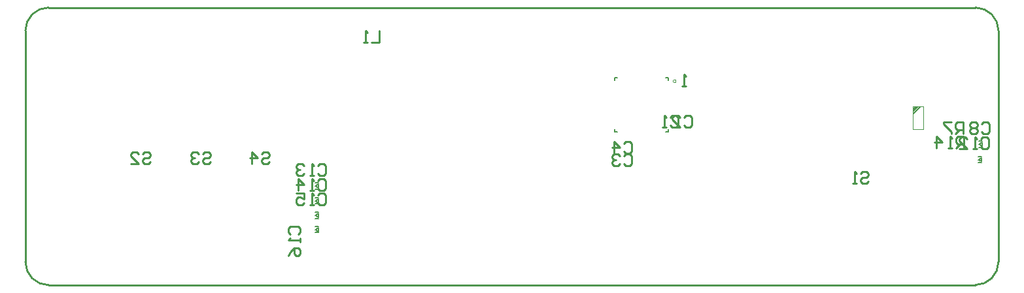
<source format=gbo>
G04*
G04 #@! TF.GenerationSoftware,Altium Limited,Altium Designer,18.1.9 (240)*
G04*
G04 Layer_Color=32896*
%FSLAX44Y44*%
%MOMM*%
G71*
G01*
G75*
%ADD13C,0.1270*%
%ADD15C,0.2540*%
%ADD17C,0.1000*%
%ADD87C,0.0000*%
D13*
X1531370Y1068000D02*
X1535370Y1070500D01*
X1531370Y1068000D02*
X1535370Y1065500D01*
Y1070500D01*
X1531370Y1072000D02*
X1535370D01*
X1531370Y1064000D02*
X1535370D01*
X1530620Y1048000D02*
X1534620Y1050500D01*
X1530620Y1048000D02*
X1534620Y1045500D01*
Y1050500D01*
X1530620Y1052000D02*
X1534620D01*
X1530620Y1044000D02*
X1534620D01*
X672120Y975500D02*
X676120Y978000D01*
X672120Y975500D02*
X676120Y973000D01*
Y978000D01*
X672120Y979500D02*
X676120D01*
X672120Y971500D02*
X676120D01*
X672120Y994500D02*
X676120Y997000D01*
X672120Y994500D02*
X676120Y992000D01*
Y997000D01*
X672120Y998500D02*
X676120D01*
X672120Y990500D02*
X676120D01*
X672120Y957250D02*
X676120Y959750D01*
X672120Y957250D02*
X676120Y954750D01*
Y959750D01*
X672120Y961250D02*
X676120D01*
X672120Y953250D02*
X676120D01*
X672120Y1013750D02*
X676120Y1016250D01*
X672120Y1013750D02*
X676120Y1011250D01*
Y1016250D01*
X672120Y1017750D02*
X676120D01*
X672120Y1009750D02*
X676120D01*
X1129250Y1150800D02*
Y1154300D01*
Y1084300D02*
Y1087800D01*
X1059250Y1150800D02*
Y1154300D01*
Y1084300D02*
Y1087800D01*
X1125750Y1154300D02*
X1129250D01*
X1125750Y1084300D02*
X1129250D01*
X1059250Y1154300D02*
X1062750D01*
X1059250Y1084300D02*
X1062750D01*
D15*
X1378207Y1029458D02*
X1380746Y1031997D01*
X1385825D01*
X1388364Y1029458D01*
Y1026919D01*
X1385825Y1024380D01*
X1380746D01*
X1378207Y1021840D01*
Y1019301D01*
X1380746Y1016762D01*
X1385825D01*
X1388364Y1019301D01*
X1373129Y1016762D02*
X1368051D01*
X1370590D01*
Y1031997D01*
X1373129Y1029458D01*
X1071327Y1068774D02*
X1073867Y1071313D01*
X1078945D01*
X1081484Y1068774D01*
Y1058617D01*
X1078945Y1056078D01*
X1073867D01*
X1071327Y1058617D01*
X1058631Y1056078D02*
Y1071313D01*
X1066249Y1063696D01*
X1056092D01*
X1131468Y1102244D02*
X1134007Y1104783D01*
X1139086D01*
X1141625Y1102244D01*
Y1092087D01*
X1139086Y1089548D01*
X1134007D01*
X1131468Y1092087D01*
X1126390Y1089548D02*
X1121311D01*
X1123851D01*
Y1104783D01*
X1126390Y1102244D01*
X1071323Y1052950D02*
X1073863Y1055489D01*
X1078941D01*
X1081480Y1052950D01*
Y1042793D01*
X1078941Y1040254D01*
X1073863D01*
X1071323Y1042793D01*
X1066245Y1052950D02*
X1063706Y1055489D01*
X1058627D01*
X1056088Y1052950D01*
Y1050411D01*
X1058627Y1047871D01*
X1061167D01*
X1058627D01*
X1056088Y1045332D01*
Y1042793D01*
X1058627Y1040254D01*
X1063706D01*
X1066245Y1042793D01*
X1149257Y1102606D02*
X1151796Y1105145D01*
X1156875D01*
X1159414Y1102606D01*
Y1092449D01*
X1156875Y1089910D01*
X1151796D01*
X1149257Y1092449D01*
X1134022Y1089910D02*
X1144179D01*
X1134022Y1100067D01*
Y1102606D01*
X1136561Y1105145D01*
X1141640D01*
X1144179Y1102606D01*
X1511554Y1062482D02*
Y1077717D01*
X1503936D01*
X1501397Y1075178D01*
Y1070099D01*
X1503936Y1067560D01*
X1511554D01*
X1506476D02*
X1501397Y1062482D01*
X1496319D02*
X1491241D01*
X1493780D01*
Y1077717D01*
X1496319Y1075178D01*
X1476006Y1062482D02*
Y1077717D01*
X1483623Y1070099D01*
X1473466D01*
X1511046Y1081786D02*
Y1097021D01*
X1503428D01*
X1500889Y1094482D01*
Y1089404D01*
X1503428Y1086864D01*
X1511046D01*
X1505968D02*
X1500889Y1081786D01*
X1495811Y1097021D02*
X1485654D01*
Y1094482D01*
X1495811Y1084325D01*
Y1081786D01*
X1534727Y1094232D02*
X1537266Y1096771D01*
X1542345D01*
X1544884Y1094232D01*
Y1084075D01*
X1542345Y1081536D01*
X1537266D01*
X1534727Y1084075D01*
X1529649Y1094232D02*
X1527110Y1096771D01*
X1522031D01*
X1519492Y1094232D01*
Y1091693D01*
X1522031Y1089154D01*
X1519492Y1086614D01*
Y1084075D01*
X1522031Y1081536D01*
X1527110D01*
X1529649Y1084075D01*
Y1086614D01*
X1527110Y1089154D01*
X1529649Y1091693D01*
Y1094232D01*
X1527110Y1089154D02*
X1522031D01*
X1533909Y1074424D02*
X1536449Y1076963D01*
X1541527D01*
X1544066Y1074424D01*
Y1064267D01*
X1541527Y1061728D01*
X1536449D01*
X1533909Y1064267D01*
X1528831Y1061728D02*
X1523753D01*
X1526292D01*
Y1076963D01*
X1528831Y1074424D01*
X1505978Y1061728D02*
X1516135D01*
X1505978Y1071885D01*
Y1074424D01*
X1508517Y1076963D01*
X1513596D01*
X1516135Y1074424D01*
X675393Y1001876D02*
X677933Y1004415D01*
X683011D01*
X685550Y1001876D01*
Y991719D01*
X683011Y989180D01*
X677933D01*
X675393Y991719D01*
X670315Y989180D02*
X665237D01*
X667776D01*
Y1004415D01*
X670315Y1001876D01*
X647462Y1004415D02*
X657619D01*
Y996797D01*
X652541Y999337D01*
X650002D01*
X647462Y996797D01*
Y991719D01*
X650002Y989180D01*
X655080D01*
X657619Y991719D01*
X675393Y1020732D02*
X677933Y1023271D01*
X683011D01*
X685550Y1020732D01*
Y1010575D01*
X683011Y1008036D01*
X677933D01*
X675393Y1010575D01*
X670315Y1008036D02*
X665237D01*
X667776D01*
Y1023271D01*
X670315Y1020732D01*
X650002Y1008036D02*
Y1023271D01*
X657619Y1015654D01*
X647462D01*
X639690Y950676D02*
X637151Y953215D01*
Y958294D01*
X639690Y960833D01*
X649847D01*
X652386Y958294D01*
Y953215D01*
X649847Y950676D01*
X652386Y945598D02*
Y940519D01*
Y943059D01*
X637151D01*
X639690Y945598D01*
X637151Y922745D02*
X639690Y927823D01*
X644769Y932902D01*
X649847D01*
X652386Y930363D01*
Y925284D01*
X649847Y922745D01*
X647308D01*
X644769Y925284D01*
Y932902D01*
X675393Y1040105D02*
X677933Y1042644D01*
X683011D01*
X685550Y1040105D01*
Y1029948D01*
X683011Y1027409D01*
X677933D01*
X675393Y1029948D01*
X670315Y1027409D02*
X665237D01*
X667776D01*
Y1042644D01*
X670315Y1040105D01*
X657619D02*
X655080Y1042644D01*
X650002D01*
X647462Y1040105D01*
Y1037566D01*
X650002Y1035027D01*
X652541D01*
X650002D01*
X647462Y1032487D01*
Y1029948D01*
X650002Y1027409D01*
X655080D01*
X657619Y1029948D01*
X448567Y1055112D02*
X451106Y1057651D01*
X456185D01*
X458724Y1055112D01*
Y1052573D01*
X456185Y1050033D01*
X451106D01*
X448567Y1047494D01*
Y1044955D01*
X451106Y1042416D01*
X456185D01*
X458724Y1044955D01*
X433332Y1042416D02*
X443489D01*
X433332Y1052573D01*
Y1055112D01*
X435871Y1057651D01*
X440950D01*
X443489Y1055112D01*
X602491D02*
X605031Y1057651D01*
X610109D01*
X612648Y1055112D01*
Y1052573D01*
X610109Y1050033D01*
X605031D01*
X602491Y1047494D01*
Y1044955D01*
X605031Y1042416D01*
X610109D01*
X612648Y1044955D01*
X589795Y1042416D02*
Y1057651D01*
X597413Y1050033D01*
X587256D01*
X525783Y1055112D02*
X528322Y1057651D01*
X533401D01*
X535940Y1055112D01*
Y1052573D01*
X533401Y1050033D01*
X528322D01*
X525783Y1047494D01*
Y1044955D01*
X528322Y1042416D01*
X533401D01*
X535940Y1044955D01*
X520705Y1055112D02*
X518166Y1057651D01*
X513087D01*
X510548Y1055112D01*
Y1052573D01*
X513087Y1050033D01*
X515627D01*
X513087D01*
X510548Y1047494D01*
Y1044955D01*
X513087Y1042416D01*
X518166D01*
X520705Y1044955D01*
X754380Y1215385D02*
Y1200150D01*
X744223D01*
X739145D02*
X734067D01*
X736606D01*
Y1215385D01*
X739145Y1212846D01*
X1151908Y1142922D02*
X1146830D01*
X1149369D01*
Y1158157D01*
X1151908Y1155618D01*
X326500Y1245220D02*
G03*
X296500Y1215220I0J-30000D01*
G01*
X1556500D02*
G03*
X1526500Y1245220I-30000J0D01*
G01*
Y885220D02*
G03*
X1556500Y915220I0J30000D01*
G01*
X296500D02*
G03*
X326500Y885220I30000J0D01*
G01*
X296500Y915220D02*
Y1215220D01*
X326500Y1244970D02*
X1526500D01*
X326500Y885220D02*
X1526500D01*
X1556500Y915220D02*
Y1215220D01*
D17*
X1445750Y1115850D02*
X1446750Y1116850D01*
X1445750Y1114850D02*
X1447750Y1116850D01*
X1445750Y1113850D02*
X1448750Y1116850D01*
X1445750Y1112850D02*
X1449750Y1116850D01*
X1445750Y1111850D02*
X1450750Y1116850D01*
X1445750Y1110850D02*
X1451750Y1116850D01*
X1445750Y1109850D02*
X1452750Y1116850D01*
X1445750Y1108850D02*
X1453750Y1116850D01*
X1445750Y1107850D02*
X1454750Y1116850D01*
X1445750Y1106850D02*
X1455750Y1116850D01*
X1445750Y1087650D02*
X1458750D01*
Y1116850D01*
X1445750D02*
X1458750D01*
X1445750Y1087650D02*
Y1116850D01*
D87*
X1139100Y1149500D02*
G03*
X1139100Y1149500I-2000J0D01*
G01*
M02*

</source>
